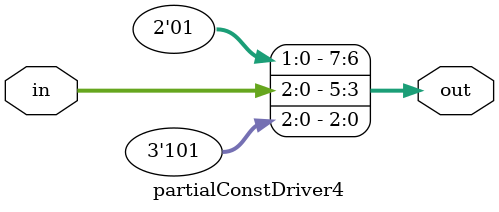
<source format=v>
module partialConstDriver4(input [3-1:0] in, output [8-1:0] out);
  assign out = {1'B 1, in, 3'B 101};
endmodule

</source>
